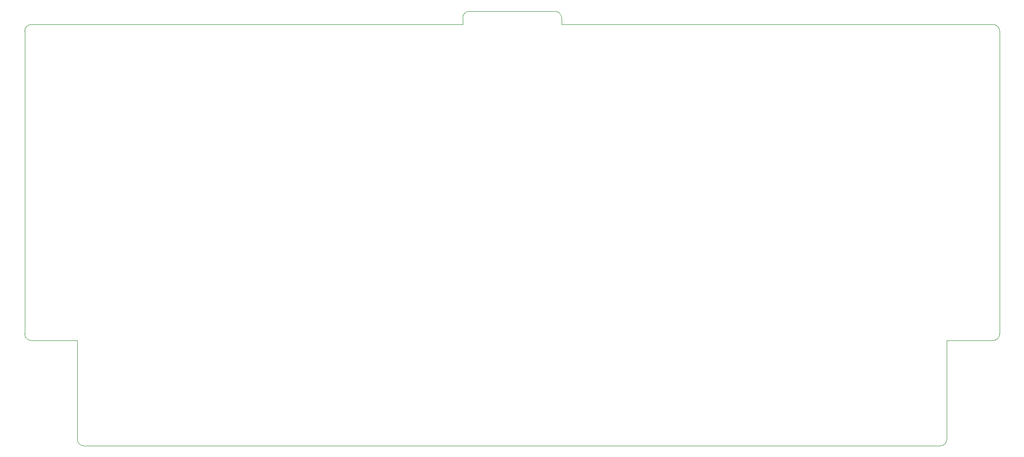
<source format=gbr>
%TF.GenerationSoftware,KiCad,Pcbnew,(5.1.9)-1*%
%TF.CreationDate,2021-08-24T15:28:57-07:00*%
%TF.ProjectId,DropDN - redesign2,44726f70-444e-4202-9d20-726564657369,rev?*%
%TF.SameCoordinates,Original*%
%TF.FileFunction,Profile,NP*%
%FSLAX46Y46*%
G04 Gerber Fmt 4.6, Leading zero omitted, Abs format (unit mm)*
G04 Created by KiCad (PCBNEW (5.1.9)-1) date 2021-08-24 15:28:57*
%MOMM*%
%LPD*%
G01*
G04 APERTURE LIST*
%TA.AperFunction,Profile*%
%ADD10C,0.100000*%
%TD*%
G04 APERTURE END LIST*
D10*
X23812520Y-78581316D02*
X23812520Y-23812520D01*
X25003146Y-79771942D02*
G75*
G02*
X23812520Y-78581316I0J1190626D01*
G01*
X33337528Y-79771942D02*
X25003146Y-79771942D01*
X33337528Y-97631332D02*
X33337528Y-79771942D01*
X34528154Y-98821958D02*
G75*
G02*
X33337528Y-97631332I0J1190626D01*
G01*
X189309534Y-98821958D02*
X34528154Y-98821958D01*
X190500160Y-97631332D02*
G75*
G02*
X189309534Y-98821958I-1190626J0D01*
G01*
X190500160Y-79771942D02*
X190500160Y-97631332D01*
X198834542Y-79771942D02*
X190500160Y-79771942D01*
X200025168Y-78581316D02*
G75*
G02*
X198834542Y-79771942I-1190626J0D01*
G01*
X200025168Y-23812520D02*
X200025168Y-78581316D01*
X198834542Y-22621894D02*
G75*
G02*
X200025168Y-23812520I0J-1190626D01*
G01*
X120848539Y-22621894D02*
X198834542Y-22621894D01*
X120848539Y-21431268D02*
X120848539Y-22621894D01*
X104179775Y-20240642D02*
X119657913Y-20240642D01*
X119657913Y-20240642D02*
G75*
G02*
X120848539Y-21431268I0J-1190626D01*
G01*
X102989149Y-21431268D02*
X102989149Y-22621894D01*
X102989149Y-21431268D02*
G75*
G02*
X104179775Y-20240642I1190626J0D01*
G01*
X25003146Y-22621894D02*
X102989149Y-22621894D01*
X23812520Y-23812520D02*
G75*
G02*
X25003146Y-22621894I1190626J0D01*
G01*
M02*

</source>
